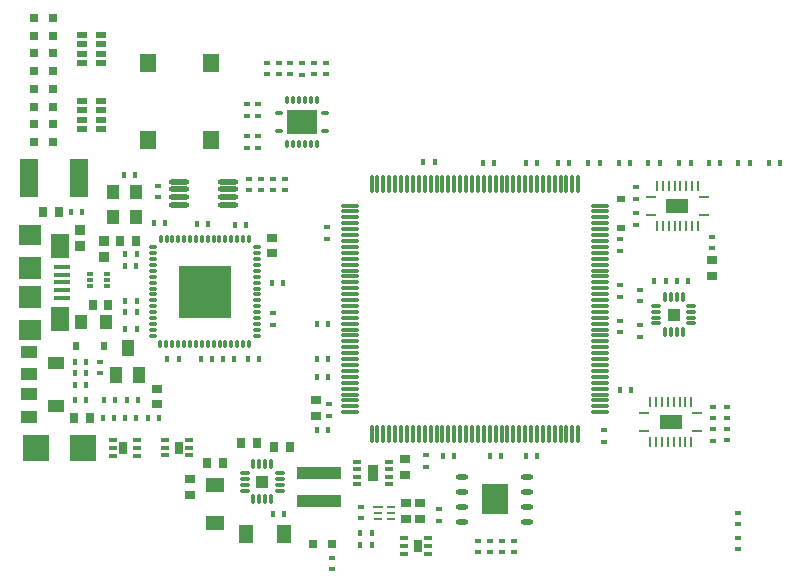
<source format=gbr>
G04 #@! TF.FileFunction,Paste,Top*
%FSLAX46Y46*%
G04 Gerber Fmt 4.6, Leading zero omitted, Abs format (unit mm)*
G04 Created by KiCad (PCBNEW 4.0.2+e4-6225~38~ubuntu16.04.1-stable) date jue 21 jul 2016 15:14:01 CEST*
%MOMM*%
G01*
G04 APERTURE LIST*
%ADD10C,0.100000*%
%ADD11O,0.300000X0.700000*%
%ADD12O,0.700000X0.300000*%
%ADD13R,2.552700X2.044700*%
%ADD14R,1.600200X2.108200*%
%ADD15R,1.346200X0.406400*%
%ADD16R,1.905000X1.803400*%
%ADD17R,1.905000X1.905000*%
%ADD18R,2.235200X2.235200*%
%ADD19R,1.397000X1.016000*%
%ADD20R,0.660400X0.812800*%
%ADD21R,0.457200X0.508000*%
%ADD22R,0.812800X0.660400*%
%ADD23R,0.508000X0.457200*%
%ADD24R,1.016000X1.397000*%
%ADD25R,0.558800X0.685800*%
%ADD26R,1.117600X1.270000*%
%ADD27R,1.117600X1.244600*%
%ADD28R,0.508000X0.304800*%
%ADD29R,0.914400X0.812800*%
%ADD30R,1.016000X1.206500*%
%ADD31R,0.800100X0.800100*%
%ADD32R,1.397000X1.498600*%
%ADD33R,0.647700X0.406400*%
%ADD34R,0.777240X1.021080*%
%ADD35O,1.803400X0.444500*%
%ADD36R,0.800100X0.889000*%
%ADD37R,1.625600X1.193800*%
%ADD38R,1.600200X1.193800*%
%ADD39O,0.848360X0.279400*%
%ADD40O,0.850900X0.279400*%
%ADD41O,0.279400X0.850900*%
%ADD42R,1.021080X1.021080*%
%ADD43R,1.193800X1.625600*%
%ADD44R,1.193800X1.600200*%
%ADD45R,0.647700X0.304800*%
%ADD46R,0.960120X1.348740*%
%ADD47R,3.695700X0.977900*%
%ADD48R,0.850900X0.279400*%
%ADD49R,0.749300X0.279400*%
%ADD50R,1.828800X1.226820*%
%ADD51R,0.279400X0.850900*%
%ADD52O,0.800100X0.279400*%
%ADD53O,0.279400X0.800100*%
%ADD54R,4.495800X4.495800*%
%ADD55O,1.041400X0.444500*%
%ADD56R,2.164080X2.583180*%
%ADD57R,1.500000X3.200400*%
%ADD58R,0.690000X0.560000*%
%ADD59R,0.812800X0.508000*%
%ADD60O,1.650000X0.300000*%
%ADD61O,0.300000X1.650000*%
G04 APERTURE END LIST*
D10*
D11*
X23520000Y44320000D03*
X24020000Y44320000D03*
X24520000Y44320000D03*
X25020000Y44320000D03*
X25520000Y44320000D03*
X26020000Y44320000D03*
D12*
X26720000Y43240000D03*
X22820000Y43240000D03*
X26720000Y41740000D03*
D11*
X26020000Y40660000D03*
X25520000Y40660000D03*
X25020000Y40660000D03*
X24520000Y40660000D03*
X24020000Y40660000D03*
X23520000Y40660000D03*
D12*
X22820000Y41740000D03*
D13*
X24770000Y42490000D03*
D14*
X4319500Y25821200D03*
D15*
X4433800Y27624600D03*
X4433800Y28272300D03*
X4433800Y30215400D03*
X4433800Y29567700D03*
X4433800Y28920000D03*
D14*
X4319500Y32018800D03*
D16*
X1779500Y24906800D03*
D17*
X1779500Y27713500D03*
X1779500Y30126500D03*
D16*
X1779500Y32933200D03*
D18*
X2286000Y14909800D03*
X6248400Y14909800D03*
D19*
X1699240Y19440000D03*
X1699240Y17540000D03*
X3944600Y18490000D03*
D20*
X5473700Y17399000D03*
X6819900Y17399000D03*
D21*
X8864600Y17399000D03*
X7924800Y17399000D03*
X9817100Y17399000D03*
X10756900Y17399000D03*
X11722100Y17399000D03*
X12661900Y17399000D03*
X6464300Y18999200D03*
X5524500Y18999200D03*
X8966200Y18999200D03*
X8026400Y18999200D03*
X10871200Y18999200D03*
X9931400Y18999200D03*
D22*
X12496800Y19926300D03*
X12496800Y18580100D03*
D21*
X5524500Y20193000D03*
X6464300Y20193000D03*
D19*
X1699240Y23060000D03*
X1699240Y21160000D03*
X3944600Y22110000D03*
D21*
X6464300Y21209000D03*
X5524500Y21209000D03*
X6464300Y22199600D03*
X5524500Y22199600D03*
D23*
X7696200Y21234400D03*
X7696200Y22174200D03*
D24*
X9060000Y21099240D03*
X10960000Y21099240D03*
X10010000Y23344600D03*
D25*
X5626100Y23520400D03*
X8039100Y23520400D03*
D21*
X9830100Y25000000D03*
X10769900Y25000000D03*
D26*
X6108700Y25552400D03*
D27*
X8216900Y25552400D03*
D20*
X8394700Y27012900D03*
X7048500Y27012900D03*
D21*
X10782300Y26403300D03*
X9817100Y26403300D03*
X9817100Y27305000D03*
X10782300Y27305000D03*
D28*
X6858000Y28600400D03*
X8280400Y28600400D03*
X8280400Y29616400D03*
X6858000Y29108400D03*
X8280400Y29108400D03*
X6858000Y29616400D03*
D21*
X9817100Y30302200D03*
X10756900Y30302200D03*
X10769600Y31292800D03*
X9804400Y31292800D03*
D20*
X10756900Y32410400D03*
X9410700Y32410400D03*
D29*
X7975600Y31089600D03*
X7975600Y32461200D03*
X5994400Y32016700D03*
X5994400Y33388300D03*
D20*
X2870200Y34874200D03*
X4216400Y34874200D03*
D21*
X6172200Y34874200D03*
X5207000Y34874200D03*
D30*
X10693400Y36550600D03*
X10693400Y34442400D03*
X8788400Y34442400D03*
X8788400Y36550600D03*
D21*
X10680700Y38036500D03*
X9715500Y38036500D03*
D31*
X3700100Y40800000D03*
X2099900Y40800000D03*
X3700100Y42300000D03*
X2099900Y42300000D03*
X3700100Y43800000D03*
X2099900Y43800000D03*
X3720100Y45300000D03*
X2119900Y45300000D03*
X3700100Y46800000D03*
X2099900Y46800000D03*
X3700100Y48300000D03*
X2099900Y48300000D03*
X3700100Y49800000D03*
X2099900Y49800000D03*
X3700100Y51300000D03*
X2099900Y51300000D03*
D32*
X11700000Y47451200D03*
X11700000Y40948800D03*
X17100000Y47451200D03*
X17100000Y40948800D03*
D23*
X20104100Y43014900D03*
X20104100Y43980100D03*
X21094700Y43980100D03*
X21094700Y43014900D03*
X20100000Y41282600D03*
X20100000Y40317400D03*
X21094700Y41287700D03*
X21094700Y40322500D03*
X21793200Y46520100D03*
X21793200Y47485300D03*
X22796500Y46520100D03*
X22796500Y47485300D03*
X23799800Y46520100D03*
X23799800Y47485300D03*
X24800000Y46517400D03*
X24800000Y47482600D03*
X25793700Y46520100D03*
X25793700Y47485300D03*
X26809700Y46520100D03*
X26809700Y47485300D03*
X12598400Y36118800D03*
X12598400Y37084000D03*
X20294600Y36728400D03*
X20294600Y37668200D03*
X21297900Y37668200D03*
X21297900Y36728400D03*
X22301200Y37668200D03*
X22301200Y36728400D03*
X23304500Y36728400D03*
X23304500Y37668200D03*
D21*
X13182600Y33959800D03*
X12217400Y33959800D03*
X16827500Y33845500D03*
X15862300Y33845500D03*
X20066000Y33807400D03*
X19100800Y33807400D03*
D33*
X10845800Y14249400D03*
X10845800Y14897100D03*
X10845800Y15544800D03*
X8813800Y15544800D03*
X8813800Y14897100D03*
X8813800Y14249400D03*
D34*
X9626600Y14897100D03*
D33*
X13157200Y15582900D03*
X13157200Y14935200D03*
X13157200Y14287500D03*
X15189200Y14287500D03*
X15189200Y14935200D03*
X15189200Y15582900D03*
D34*
X14376400Y14935200D03*
D35*
X18503900Y35471100D03*
X18503900Y36131500D03*
X18503900Y36791900D03*
X18503900Y37452300D03*
X14363700Y37452300D03*
X14363700Y36791900D03*
X14363700Y36131500D03*
X14363700Y35471100D03*
D22*
X22225000Y32715200D03*
X22225000Y31369000D03*
D21*
X22212300Y28905200D03*
X23177500Y28905200D03*
D23*
X22301200Y26289000D03*
X22301200Y25323800D03*
D21*
X14325600Y22428200D03*
X13360400Y22428200D03*
X17170400Y22402800D03*
X16230600Y22402800D03*
X18122900Y22402800D03*
X19062700Y22402800D03*
X20180300Y22402800D03*
X21145500Y22402800D03*
D36*
X16700500Y13601700D03*
X18097500Y13601700D03*
D20*
X19621500Y15303500D03*
X20967700Y15303500D03*
X22428200Y14998700D03*
X23774400Y14998700D03*
D22*
X15290800Y12280900D03*
X15290800Y10934700D03*
D37*
X17386300Y11760200D03*
D38*
X17386300Y8559800D03*
D39*
X22893020Y11277600D03*
D40*
X22893020Y11772900D03*
X22893020Y12280900D03*
X22893020Y12776200D03*
D41*
X22161500Y13507720D03*
X21666200Y13507720D03*
X21158200Y13512800D03*
X20662900Y13507720D03*
D40*
X19931380Y12776200D03*
X19931380Y12280900D03*
X19931380Y11772900D03*
X19931380Y11277600D03*
D41*
X20662900Y10546080D03*
X21158200Y10546080D03*
X21666200Y10546080D03*
X22161500Y10546080D03*
D42*
X21412200Y12026900D03*
D21*
X23266400Y9271000D03*
X22301200Y9271000D03*
D43*
X23266400Y7632700D03*
D44*
X20066000Y7632700D03*
D31*
X27292300Y6731000D03*
X25692100Y6731000D03*
D23*
X27292300Y4622800D03*
X27292300Y5562600D03*
D45*
X32181800Y11804650D03*
X32181800Y12452350D03*
X32181800Y13100050D03*
X32181800Y13747750D03*
X29438600Y13747750D03*
X29438600Y13100050D03*
X29438600Y12452350D03*
X29438600Y11804650D03*
D46*
X30810200Y12776200D03*
D22*
X33489900Y12649200D03*
X33489900Y13995400D03*
D23*
X35255200Y14287500D03*
X35255200Y13322300D03*
D21*
X37680900Y14198600D03*
X36715700Y14198600D03*
X35039300Y39103300D03*
X36004500Y39103300D03*
X41046400Y39001700D03*
X40081200Y39001700D03*
X44678600Y39001700D03*
X43713400Y39001700D03*
X47383700Y39001700D03*
X46418500Y39001700D03*
X49009300Y39001700D03*
X49974500Y39001700D03*
X51612800Y39001700D03*
X52578000Y39001700D03*
X55079900Y39001700D03*
X54114700Y39001700D03*
X56718200Y39001700D03*
X57683400Y39001700D03*
X65278000Y39001700D03*
X64312800Y39001700D03*
X60172600Y38989000D03*
X59207400Y38989000D03*
X61722000Y39001700D03*
X62687200Y39001700D03*
D23*
X29794200Y9867900D03*
X29794200Y8928100D03*
D47*
X26250900Y12807950D03*
X26250900Y10433050D03*
D48*
X31254700Y9906000D03*
D49*
X31203900Y9398000D03*
X31203900Y8890000D03*
X32346900Y8890000D03*
X32346900Y9398000D03*
X32346900Y9906000D03*
D21*
X30670500Y7696200D03*
X29730700Y7696200D03*
X30670500Y6705600D03*
X29730700Y6705600D03*
D22*
X33604200Y10248900D03*
X33604200Y8902700D03*
X34810700Y10248900D03*
X34810700Y8902700D03*
D33*
X33375600Y7251700D03*
X33375600Y6604000D03*
X33375600Y5956300D03*
X35407600Y5956300D03*
X35407600Y6604000D03*
X35407600Y7251700D03*
D34*
X34594800Y6604000D03*
D23*
X36398200Y8724900D03*
X36398200Y9690100D03*
D21*
X40678100Y14185900D03*
X41643300Y14185900D03*
X44665900Y14198600D03*
X43726100Y14198600D03*
D23*
X39700200Y6121400D03*
X39700200Y7061200D03*
X40703500Y6121400D03*
X40703500Y7061200D03*
X41694100Y6121400D03*
X41694100Y7061200D03*
X42697400Y6121400D03*
X42697400Y7061200D03*
X61696600Y6324600D03*
X61696600Y7264400D03*
X61696600Y9372600D03*
X61696600Y8432800D03*
X60794900Y16471900D03*
X60794900Y15532100D03*
X60794900Y17424400D03*
X60794900Y18364200D03*
X59601100Y17411700D03*
X59601100Y18376900D03*
X59601100Y15519400D03*
X59601100Y16484600D03*
D50*
X55994300Y17106900D03*
D51*
X54749700Y15392400D03*
X54241700Y15392400D03*
X54241700Y18821400D03*
X54749700Y18821400D03*
X57746900Y15392400D03*
X57238900Y15392400D03*
X56743600Y15392400D03*
X56241950Y15392400D03*
X55746650Y15392400D03*
X55245000Y15392400D03*
D48*
X53771800Y16357600D03*
X58216800Y16357600D03*
X53771800Y17856200D03*
D51*
X55245000Y18821400D03*
X55746650Y18821400D03*
X56241950Y18821400D03*
X56743600Y18821400D03*
X57238900Y18821400D03*
X57746900Y18821400D03*
D48*
X58216800Y17856200D03*
D23*
X50368200Y16383000D03*
X50368200Y15417800D03*
D21*
X51727100Y19799300D03*
X52666900Y19799300D03*
D23*
X53098700Y36982400D03*
X53098700Y36017200D03*
X53098700Y34772600D03*
X53098700Y33807400D03*
D50*
X56565800Y35382200D03*
D51*
X57810400Y37096700D03*
X58318400Y37096700D03*
X58318400Y33667700D03*
X57810400Y33667700D03*
X54813200Y37096700D03*
X55321200Y37096700D03*
X55816500Y37096700D03*
X56318150Y37096700D03*
X56813450Y37096700D03*
X57315100Y37096700D03*
D48*
X58788300Y36131500D03*
X54343300Y36131500D03*
X58788300Y34632900D03*
D51*
X57315100Y33667700D03*
X56813450Y33667700D03*
X56318150Y33667700D03*
X55816500Y33667700D03*
X55321200Y33667700D03*
X54813200Y33667700D03*
D48*
X54343300Y34632900D03*
D23*
X51689000Y31610300D03*
X51689000Y32575500D03*
X59490000Y31830100D03*
X59490000Y32769900D03*
D22*
X59499500Y29425900D03*
X59499500Y30772100D03*
D23*
X51701700Y27711400D03*
X51701700Y28676600D03*
D21*
X55587900Y29006800D03*
X54622700Y29006800D03*
X57480200Y29006800D03*
X56515000Y29006800D03*
D23*
X53390800Y27330400D03*
X53390800Y28270200D03*
X51689000Y25679400D03*
X51689000Y24714200D03*
X53390800Y25273000D03*
X53390800Y24333200D03*
D39*
X54792880Y26936700D03*
D40*
X54792880Y26441400D03*
X54792880Y25933400D03*
X54792880Y25438100D03*
D41*
X55524400Y24706580D03*
X56019700Y24706580D03*
X56527700Y24701500D03*
X57023000Y24706580D03*
D40*
X57754520Y25438100D03*
X57754520Y25933400D03*
X57754520Y26441400D03*
X57754520Y26936700D03*
D41*
X57023000Y27668220D03*
X56527700Y27668220D03*
X56019700Y27668220D03*
X55524400Y27668220D03*
D42*
X56273700Y26187400D03*
D23*
X26936700Y32613600D03*
X26936700Y33578800D03*
D21*
X26022300Y25400000D03*
X26962100Y25400000D03*
X26974800Y22390100D03*
X26009600Y22390100D03*
X26974800Y20904200D03*
X26009600Y20904200D03*
D22*
X25996900Y17627600D03*
X25996900Y18973800D03*
D23*
X27101800Y17614900D03*
X27101800Y18580100D03*
D21*
X26962100Y16395700D03*
X26022300Y16395700D03*
D52*
X12141200Y31889700D03*
X12141200Y31381700D03*
X12141200Y30886400D03*
X12141200Y30391100D03*
X12141200Y29893200D03*
X12141200Y29387800D03*
X12141200Y28892500D03*
X12141200Y28397200D03*
X12141200Y27896820D03*
X12141200Y27391360D03*
X12141200Y26898600D03*
X12141200Y26394410D03*
X12141200Y25890220D03*
X12141200Y25394920D03*
X12141200Y24904700D03*
X12141200Y24396700D03*
D53*
X12798100Y23736300D03*
X13298100Y23736300D03*
X13798100Y23736300D03*
X14298100Y23736300D03*
X14798100Y23736300D03*
X15298100Y23736300D03*
X15798100Y23736300D03*
X16298100Y23736300D03*
X16798100Y23736300D03*
X17298100Y23736300D03*
X17798100Y23736300D03*
X18298100Y23736300D03*
X18798100Y23736300D03*
X19298100Y23736300D03*
X19798100Y23736300D03*
X20298100Y23736300D03*
D52*
X20955000Y24396700D03*
X20955000Y24904700D03*
X20955000Y25400000D03*
X20955000Y25893200D03*
X20955000Y26394410D03*
X20955000Y26898600D03*
X20955000Y27393200D03*
X20952460Y27896820D03*
X20955000Y28397200D03*
X20955000Y28892500D03*
X20955000Y29387800D03*
X20955000Y29883100D03*
X20955000Y30391100D03*
X20955000Y30886400D03*
X20955000Y31381700D03*
X20955000Y31889700D03*
D53*
X20307300Y32550100D03*
X19799300Y32550100D03*
X19291300Y32550100D03*
X18796000Y32550100D03*
X18288000Y32550100D03*
X17792700Y32550100D03*
X17297400Y32550100D03*
X16802100Y32550100D03*
X16294100Y32550100D03*
X15798800Y32550100D03*
X15303500Y32550100D03*
X14808200Y32550100D03*
X14300200Y32550100D03*
X13804900Y32550100D03*
X13309600Y32550100D03*
X12801600Y32550100D03*
D54*
X16548100Y28143200D03*
D55*
X43855900Y8665000D03*
X43855900Y9935000D03*
X43855900Y11205000D03*
X43855900Y12475000D03*
X38344100Y12475000D03*
X38344100Y11205000D03*
X38344100Y9935000D03*
X38344100Y8665000D03*
D56*
X41100000Y10570000D03*
D57*
X1650000Y37760000D03*
X5890000Y37760000D03*
D58*
X51810000Y35990000D03*
X51810000Y33550000D03*
D59*
X7759700Y47459900D03*
X7759700Y49060100D03*
X7759700Y48260000D03*
X7759700Y49860200D03*
X6159500Y48260000D03*
X6159500Y47459900D03*
X6159500Y49060100D03*
X6159500Y49860200D03*
X7759700Y41884600D03*
X7759700Y43484800D03*
X7759700Y42684700D03*
X7759700Y44284900D03*
X6159500Y42684700D03*
X6159500Y41884600D03*
X6159500Y43484800D03*
X6159500Y44284900D03*
D60*
X28820800Y35420000D03*
X28820800Y34920000D03*
X28820800Y34420000D03*
X28820800Y33920000D03*
X28820800Y33420000D03*
X28820800Y32920000D03*
X28820800Y32420000D03*
X28820800Y31920000D03*
X28820800Y31420000D03*
X28820800Y30920000D03*
X28820800Y30420000D03*
X28820800Y29920000D03*
X28820800Y29420000D03*
X28820800Y28920000D03*
X28820800Y28420000D03*
X28820800Y27920000D03*
X28820800Y27420000D03*
X28820800Y26920000D03*
X28820800Y26420000D03*
X28820800Y25920000D03*
X28820800Y25420000D03*
X28820800Y24920000D03*
X28820800Y24420000D03*
X28820800Y23920000D03*
X28820800Y23420000D03*
X28820800Y22920000D03*
X28820800Y22420000D03*
X28820800Y21920000D03*
X28820800Y21420000D03*
X28820800Y20920000D03*
X28820800Y20420000D03*
X28820800Y19920000D03*
X28820800Y19420000D03*
X28820800Y18920000D03*
X28820800Y18420000D03*
X28820800Y17920000D03*
D61*
X30670800Y16070000D03*
X31170800Y16070000D03*
X31670800Y16070000D03*
X32170800Y16070000D03*
X32670800Y16070000D03*
X33170800Y16070000D03*
X33670800Y16070000D03*
X34170800Y16070000D03*
X34670800Y16070000D03*
X35170800Y16070000D03*
X35670800Y16070000D03*
X36170800Y16070000D03*
X36670800Y16070000D03*
X37170800Y16070000D03*
X37670800Y16070000D03*
X38170800Y16070000D03*
X38670800Y16070000D03*
X39170800Y16070000D03*
X39670800Y16070000D03*
X40170800Y16070000D03*
X40670800Y16070000D03*
X41170800Y16070000D03*
X41670800Y16070000D03*
X42170800Y16070000D03*
X42670800Y16070000D03*
X43170800Y16070000D03*
X43670800Y16070000D03*
X44170800Y16070000D03*
X44670800Y16070000D03*
X45170800Y16070000D03*
X45670800Y16070000D03*
X46170800Y16070000D03*
X46670800Y16070000D03*
X47170800Y16070000D03*
X47670800Y16070000D03*
X48170800Y16070000D03*
D60*
X50020800Y17920000D03*
X50020800Y18420000D03*
X50020800Y18920000D03*
X50020800Y19420000D03*
X50020800Y19920000D03*
X50020800Y20420000D03*
X50020800Y20920000D03*
X50020800Y21420000D03*
X50020800Y21920000D03*
X50020800Y22420000D03*
X50020800Y22920000D03*
X50020800Y23420000D03*
X50020800Y23920000D03*
X50020800Y24420000D03*
X50020800Y24920000D03*
X50020800Y25420000D03*
X50020800Y25920000D03*
X50020800Y26420000D03*
X50020800Y26920000D03*
X50020800Y27420000D03*
X50020800Y27920000D03*
X50020800Y28420000D03*
X50020800Y28920000D03*
X50020800Y29420000D03*
X50020800Y29920000D03*
X50020800Y30420000D03*
X50020800Y30920000D03*
X50020800Y31420000D03*
X50020800Y31920000D03*
X50020800Y32420000D03*
X50020800Y32920000D03*
X50020800Y33420000D03*
X50020800Y33920000D03*
X50020800Y34420000D03*
X50020800Y34920000D03*
X50020800Y35420000D03*
D61*
X48170800Y37270000D03*
X47670800Y37270000D03*
X47170800Y37270000D03*
X46670800Y37270000D03*
X46170800Y37270000D03*
X45670800Y37270000D03*
X45170800Y37270000D03*
X44670800Y37270000D03*
X44170800Y37270000D03*
X43670800Y37270000D03*
X43170800Y37270000D03*
X42670800Y37270000D03*
X42170800Y37270000D03*
X41670800Y37270000D03*
X41170800Y37270000D03*
X40670800Y37270000D03*
X40170800Y37270000D03*
X39670800Y37270000D03*
X39170800Y37270000D03*
X38670800Y37270000D03*
X38170800Y37270000D03*
X37670800Y37270000D03*
X37170800Y37270000D03*
X36670800Y37270000D03*
X36170800Y37270000D03*
X35670800Y37270000D03*
X35170800Y37270000D03*
X34670800Y37270000D03*
X34170800Y37270000D03*
X33670800Y37270000D03*
X33170800Y37270000D03*
X32670800Y37270000D03*
X32170800Y37270000D03*
X31670800Y37270000D03*
X31170800Y37270000D03*
X30670800Y37270000D03*
M02*

</source>
